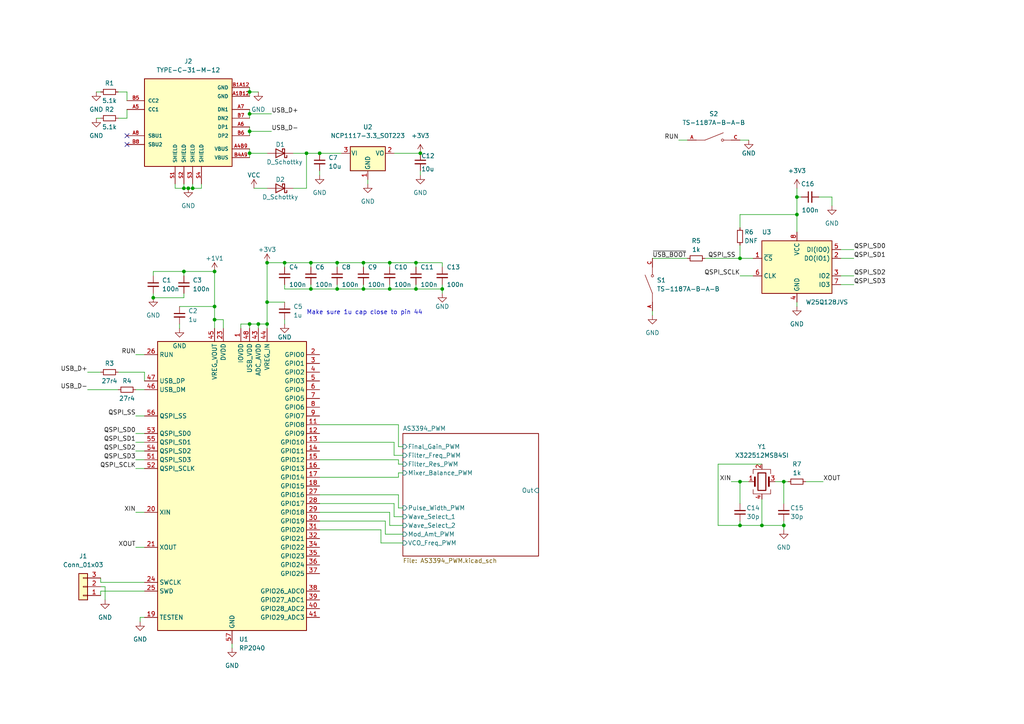
<source format=kicad_sch>
(kicad_sch (version 20211123) (generator eeschema)
  (paper "A4")
  (lib_symbols
    (symbol "Connector_Generic:Conn_01x03" (pin_names (offset 1.016) hide)
      (property "Reference" "J" (at 0 5.08 0))
      (property "Value" "Conn_01x03" (at 0 -5.08 0))
      (symbol "Conn_01x03_1_1"
        (rectangle (start -1.27 -2.413) (end 0 -2.667) (stroke (width 0.1524)))
        (rectangle (start -1.27 0.127) (end 0 -0.127) (stroke (width 0.1524)))
        (rectangle (start -1.27 2.667) (end 0 2.413) (stroke (width 0.1524)))
        (rectangle (start -1.27 3.81) (end 1.27 -3.81) (stroke (width 0.254)) (fill (type background)))
        (pin passive line (at -5.08 2.54 0) (length 3.81) (name "Pin_1") (number "1"))
        (pin passive line (at -5.08 0 0) (length 3.81) (name "Pin_2") (number "2"))
        (pin passive line (at -5.08 -2.54 0) (length 3.81) (name "Pin_3") (number "3"))
      )
    )
    (symbol "Device:C_Small" (pin_numbers hide) (pin_names (offset 0.254) hide)
      (property "Reference" "C" (at 0.254 1.778 0))
      (property "Value" "C_Small" (at 0.254 -2.032 0))
      (symbol "C_Small_0_1"
        (polyline (pts (xy -1.524 -0.508) (xy 1.524 -0.508)) (stroke (width 0.3302)))
        (polyline (pts (xy -1.524 0.508) (xy 1.524 0.508)) (stroke (width 0.3048)))
      )
      (symbol "C_Small_1_1"
        (pin passive line (at 0 2.54 270) (length 2.032) (name "~") (number "1"))
        (pin passive line (at 0 -2.54 90) (length 2.032) (name "~") (number "2"))
      )
    )
    (symbol "Device:Crystal_GND24" (pin_names (offset 1.016) hide)
      (property "Reference" "Y" (at 3.175 5.08 0))
      (property "Value" "Crystal_GND24" (at 3.175 3.175 0))
      (symbol "Crystal_GND24_0_1"
        (rectangle (start -1.143 2.54) (end 1.143 -2.54) (stroke (width 0.3048)))
        (polyline (pts (xy -2.54 0) (xy -2.032 0)))
        (polyline (pts (xy -2.032 -1.27) (xy -2.032 1.27)) (stroke (width 0.508)))
        (polyline (pts (xy 0 -3.81) (xy 0 -3.556)))
        (polyline (pts (xy 0 3.556) (xy 0 3.81)))
        (polyline (pts (xy 2.032 -1.27) (xy 2.032 1.27)) (stroke (width 0.508)))
        (polyline (pts (xy 2.032 0) (xy 2.54 0)))
        (polyline (pts (xy -2.54 -2.286) (xy -2.54 -3.556) (xy 2.54 -3.556) (xy 2.54 -2.286)))
        (polyline (pts (xy -2.54 2.286) (xy -2.54 3.556) (xy 2.54 3.556) (xy 2.54 2.286)))
      )
      (symbol "Crystal_GND24_1_1"
        (pin passive line (at -3.81 0 0) (length 1.27) (name "1") (number "1"))
        (pin passive line (at 0 5.08 270) (length 1.27) (name "2") (number "2"))
        (pin passive line (at 3.81 0 180) (length 1.27) (name "3") (number "3"))
        (pin passive line (at 0 -5.08 90) (length 1.27) (name "4") (number "4"))
      )
    )
    (symbol "Device:D_Schottky" (pin_numbers hide) (pin_names (offset 1.016) hide)
      (property "Reference" "D" (at 0 2.54 0))
      (property "Value" "D_Schottky" (at 0 -2.54 0))
      (symbol "D_Schottky_0_1"
        (polyline (pts (xy 1.27 0) (xy -1.27 0)))
        (polyline (pts (xy 1.27 1.27) (xy 1.27 -1.27) (xy -1.27 0) (xy 1.27 1.27)) (stroke (width 0.254)))
        (polyline (pts (xy -1.905 0.635) (xy -1.905 1.27) (xy -1.27 1.27) (xy -1.27 -1.27) (xy -0.635 -1.27) (xy -0.635 -0.635)) (stroke (width 0.254)))
      )
      (symbol "D_Schottky_1_1"
        (pin passive line (at -3.81 0 0) (length 2.54) (name "K") (number "1"))
        (pin passive line (at 3.81 0 180) (length 2.54) (name "A") (number "2"))
      )
    )
    (symbol "Device:R_Small" (pin_numbers hide) (pin_names (offset 0.254) hide)
      (property "Reference" "R" (at 0.762 0.508 0))
      (property "Value" "R_Small" (at 0.762 -1.016 0))
      (symbol "R_Small_0_1"
        (rectangle (start -0.762 1.778) (end 0.762 -1.778) (stroke (width 0.2032)))
      )
      (symbol "R_Small_1_1"
        (pin passive line (at 0 2.54 270) (length 0.762) (name "~") (number "1"))
        (pin passive line (at 0 -2.54 90) (length 0.762) (name "~") (number "2"))
      )
    )
    (symbol "MCU_RaspberryPi:RP2040"
      (property "Reference" "U" (at 17.78 45.72 0))
      (property "Value" "RP2040" (at 17.78 43.18 0))
      (symbol "RP2040_0_1"
        (rectangle (start -21.59 41.91) (end 21.59 -41.91) (stroke (width 0.254)) (fill (type background)))
      )
      (symbol "RP2040_1_1"
        (pin power_in line (at 2.54 45.72 270) (length 3.81) (name "IOVDD") (number "1"))
        (pin passive line (at 2.54 45.72 270) (length 3.81) hide (name "IOVDD") (number "10"))
        (pin bidirectional line (at 25.4 17.78 180) (length 3.81) (name "GPIO8") (number "11"))
        (pin bidirectional line (at 25.4 15.24 180) (length 3.81) (name "GPIO9") (number "12"))
        (pin bidirectional line (at 25.4 12.7 180) (length 3.81) (name "GPIO10") (number "13"))
        (pin bidirectional line (at 25.4 10.16 180) (length 3.81) (name "GPIO11") (number "14"))
        (pin bidirectional line (at 25.4 7.62 180) (length 3.81) (name "GPIO12") (number "15"))
        (pin bidirectional line (at 25.4 5.08 180) (length 3.81) (name "GPIO13") (number "16"))
        (pin bidirectional line (at 25.4 2.54 180) (length 3.81) (name "GPIO14") (number "17"))
        (pin bidirectional line (at 25.4 0 180) (length 3.81) (name "GPIO15") (number "18"))
        (pin input line (at -25.4 -38.1 0) (length 3.81) (name "TESTEN") (number "19"))
        (pin bidirectional line (at 25.4 38.1 180) (length 3.81) (name "GPIO0") (number "2"))
        (pin input line (at -25.4 -7.62 0) (length 3.81) (name "XIN") (number "20"))
        (pin passive line (at -25.4 -17.78 0) (length 3.81) (name "XOUT") (number "21"))
        (pin passive line (at 2.54 45.72 270) (length 3.81) hide (name "IOVDD") (number "22"))
        (pin power_in line (at -2.54 45.72 270) (length 3.81) (name "DVDD") (number "23"))
        (pin output line (at -25.4 -27.94 0) (length 3.81) (name "SWCLK") (number "24"))
        (pin bidirectional line (at -25.4 -30.48 0) (length 3.81) (name "SWD") (number "25"))
        (pin input line (at -25.4 38.1 0) (length 3.81) (name "RUN") (number "26"))
        (pin bidirectional line (at 25.4 -2.54 180) (length 3.81) (name "GPIO16") (number "27"))
        (pin bidirectional line (at 25.4 -5.08 180) (length 3.81) (name "GPIO17") (number "28"))
        (pin bidirectional line (at 25.4 -7.62 180) (length 3.81) (name "GPIO18") (number "29"))
        (pin bidirectional line (at 25.4 35.56 180) (length 3.81) (name "GPIO1") (number "3"))
        (pin bidirectional line (at 25.4 -10.16 180) (length 3.81) (name "GPIO19") (number "30"))
        (pin bidirectional line (at 25.4 -12.7 180) (length 3.81) (name "GPIO20") (number "31"))
        (pin bidirectional line (at 25.4 -15.24 180) (length 3.81) (name "GPIO21") (number "32"))
        (pin passive line (at 2.54 45.72 270) (length 3.81) hide (name "IOVDD") (number "33"))
        (pin bidirectional line (at 25.4 -17.78 180) (length 3.81) (name "GPIO22") (number "34"))
        (pin bidirectional line (at 25.4 -20.32 180) (length 3.81) (name "GPIO23") (number "35"))
        (pin bidirectional line (at 25.4 -22.86 180) (length 3.81) (name "GPIO24") (number "36"))
        (pin bidirectional line (at 25.4 -25.4 180) (length 3.81) (name "GPIO25") (number "37"))
        (pin bidirectional line (at 25.4 -30.48 180) (length 3.81) (name "GPIO26_ADC0") (number "38"))
        (pin bidirectional line (at 25.4 -33.02 180) (length 3.81) (name "GPIO27_ADC1") (number "39"))
        (pin bidirectional line (at 25.4 33.02 180) (length 3.81) (name "GPIO2") (number "4"))
        (pin bidirectional line (at 25.4 -35.56 180) (length 3.81) (name "GPIO28_ADC2") (number "40"))
        (pin bidirectional line (at 25.4 -38.1 180) (length 3.81) (name "GPIO29_ADC3") (number "41"))
        (pin passive line (at 2.54 45.72 270) (length 3.81) hide (name "IOVDD") (number "42"))
        (pin power_in line (at 7.62 45.72 270) (length 3.81) (name "ADC_AVDD") (number "43"))
        (pin power_in line (at 10.16 45.72 270) (length 3.81) (name "VREG_IN") (number "44"))
        (pin power_out line (at -5.08 45.72 270) (length 3.81) (name "VREG_VOUT") (number "45"))
        (pin bidirectional line (at -25.4 27.94 0) (length 3.81) (name "USB_DM") (number "46"))
        (pin bidirectional line (at -25.4 30.48 0) (length 3.81) (name "USB_DP") (number "47"))
        (pin power_in line (at 5.08 45.72 270) (length 3.81) (name "USB_VDD") (number "48"))
        (pin passive line (at 2.54 45.72 270) (length 3.81) hide (name "IOVDD") (number "49"))
        (pin bidirectional line (at 25.4 30.48 180) (length 3.81) (name "GPIO3") (number "5"))
        (pin passive line (at -2.54 45.72 270) (length 3.81) hide (name "DVDD") (number "50"))
        (pin bidirectional line (at -25.4 7.62 0) (length 3.81) (name "QSPI_SD3") (number "51"))
        (pin output line (at -25.4 5.08 0) (length 3.81) (name "QSPI_SCLK") (number "52"))
        (pin bidirectional line (at -25.4 15.24 0) (length 3.81) (name "QSPI_SD0") (number "53"))
        (pin bidirectional line (at -25.4 10.16 0) (length 3.81) (name "QSPI_SD2") (number "54"))
        (pin bidirectional line (at -25.4 12.7 0) (length 3.81) (name "QSPI_SD1") (number "55"))
        (pin bidirectional line (at -25.4 20.32 0) (length 3.81) (name "QSPI_SS") (number "56"))
        (pin power_in line (at 0 -45.72 90) (length 3.81) (name "GND") (number "57"))
        (pin bidirectional line (at 25.4 27.94 180) (length 3.81) (name "GPIO4") (number "6"))
        (pin bidirectional line (at 25.4 25.4 180) (length 3.81) (name "GPIO5") (number "7"))
        (pin bidirectional line (at 25.4 22.86 180) (length 3.81) (name "GPIO6") (number "8"))
        (pin bidirectional line (at 25.4 20.32 180) (length 3.81) (name "GPIO7") (number "9"))
      )
    )
    (symbol "Memory_Flash:W25Q128JVS"
      (property "Reference" "U" (at -8.89 8.89 0))
      (property "Value" "W25Q128JVS" (at 7.62 8.89 0))
      (symbol "W25Q128JVS_0_1"
        (rectangle (start -10.16 7.62) (end 10.16 -7.62) (stroke (width 0.254)) (fill (type background)))
      )
      (symbol "W25Q128JVS_1_1"
        (pin input line (at -12.7 2.54 0) (length 2.54) (name "~{CS}") (number "1"))
        (pin bidirectional line (at 12.7 2.54 180) (length 2.54) (name "DO(IO1)") (number "2"))
        (pin bidirectional line (at 12.7 -2.54 180) (length 2.54) (name "IO2") (number "3"))
        (pin power_in line (at 0 -10.16 90) (length 2.54) (name "GND") (number "4"))
        (pin bidirectional line (at 12.7 5.08 180) (length 2.54) (name "DI(IO0)") (number "5"))
        (pin input line (at -12.7 -2.54 0) (length 2.54) (name "CLK") (number "6"))
        (pin bidirectional line (at 12.7 -5.08 180) (length 2.54) (name "IO3") (number "7"))
        (pin power_in line (at 0 10.16 270) (length 2.54) (name "VCC") (number "8"))
      )
    )
    (symbol "Regulator_Linear:NCP1117-3.3_SOT223" (pin_names (offset 0.254))
      (property "Reference" "U" (at -3.81 3.175 0))
      (property "Value" "NCP1117-3.3_SOT223" (at 0 3.175 0))
      (symbol "NCP1117-3.3_SOT223_0_1"
        (rectangle (start -5.08 -5.08) (end 5.08 1.905) (stroke (width 0.254)) (fill (type background)))
      )
      (symbol "NCP1117-3.3_SOT223_1_1"
        (pin power_in line (at 0 -7.62 90) (length 2.54) (name "GND") (number "1"))
        (pin power_out line (at 7.62 0 180) (length 2.54) (name "VO") (number "2"))
        (pin power_in line (at -7.62 0 0) (length 2.54) (name "VI") (number "3"))
      )
    )
    (symbol "TS-1187A-B-A-B:TS-1187A-B-A-B" (pin_names (offset 1.016) hide)
      (property "Reference" "S" (at -2.54 2.54 0))
      (property "Value" "TS-1187A-B-A-B" (at -2.54 -2.54 0))
      (symbol "TS-1187A-B-A-B_0_0"
        (polyline (pts (xy -2.54 0) (xy -5.08 0)) (stroke (width 0.1524)))
        (polyline (pts (xy -2.54 0) (xy 2.794 2.1336)) (stroke (width 0.1524)))
        (polyline (pts (xy 5.08 0) (xy 2.921 0)) (stroke (width 0.1524)))
        (circle (center 2.54 0) (radius 0.3302) (stroke (width 0.1524)))
        (pin passive line (at -7.62 0 0) (length 2.54) (name "~") (number "A"))
        (pin passive line (at -7.62 0 0) (length 2.54) hide (name "~") (number "B"))
        (pin passive line (at 7.62 0 180) (length 2.54) (name "~") (number "C"))
        (pin passive line (at 7.62 0 180) (length 2.54) hide (name "~") (number "D"))
      )
    )
    (symbol "TYPE-C-31-M-12:TYPE-C-31-M-12" (pin_names (offset 1.016))
      (property "Reference" "J" (at -12.7 12.7 0))
      (property "Value" "TYPE-C-31-M-12" (at -8.89 12.7 0))
      (symbol "TYPE-C-31-M-12_0_0"
        (rectangle (start -12.7 -12.7) (end 12.7 12.7) (stroke (width 0.254)) (fill (type background)))
        (pin power_in line (at 17.78 7.62 180) (length 5.08) (name "GND") (number "A1B12"))
        (pin power_in line (at 17.78 -7.62 180) (length 5.08) (name "VBUS") (number "A4B9"))
        (pin bidirectional line (at -17.78 3.81 0) (length 5.08) (name "CC1") (number "A5"))
        (pin bidirectional line (at 17.78 -1.27 180) (length 5.08) (name "DP1") (number "A6"))
        (pin bidirectional line (at 17.78 3.81 180) (length 5.08) (name "DN1") (number "A7"))
        (pin bidirectional line (at -17.78 -3.81 0) (length 5.08) (name "SBU1") (number "A8"))
        (pin power_in line (at 17.78 10.16 180) (length 5.08) (name "GND") (number "B1A12"))
        (pin power_in line (at 17.78 -10.16 180) (length 5.08) (name "VBUS") (number "B4A9"))
        (pin bidirectional line (at -17.78 6.35 0) (length 5.08) (name "CC2") (number "B5"))
        (pin bidirectional line (at 17.78 -3.81 180) (length 5.08) (name "DP2") (number "B6"))
        (pin bidirectional line (at 17.78 1.27 180) (length 5.08) (name "DN2") (number "B7"))
        (pin bidirectional line (at -17.78 -6.35 0) (length 5.08) (name "SBU2") (number "B8"))
        (pin passive line (at -3.81 -17.78 90) (length 5.08) (name "SHIELD") (number "S1"))
        (pin passive line (at -1.27 -17.78 90) (length 5.08) (name "SHIELD") (number "S2"))
        (pin passive line (at 1.27 -17.78 90) (length 5.08) (name "SHIELD") (number "S3"))
        (pin passive line (at 3.81 -17.78 90) (length 5.08) (name "SHIELD") (number "S4"))
      )
    )
    (symbol "power:+1V1" (power) (pin_names (offset 0))
      (property "Value" "+1V1" (at 0 3.556 0))
      (symbol "+1V1_0_1"
        (polyline (pts (xy -0.762 1.27) (xy 0 2.54)))
        (polyline (pts (xy 0 0) (xy 0 2.54)))
        (polyline (pts (xy 0 2.54) (xy 0.762 1.27)))
      )
      (symbol "+1V1_1_1"
        (pin power_in line (at 0 0 90) (length 0) hide (name "+1V1") (number "1"))
      )
    )
    (symbol "power:+3V3" (power) (pin_names (offset 0))
      (property "Value" "+3V3" (at 0 3.556 0))
      (symbol "+3V3_0_1"
        (polyline (pts (xy -0.762 1.27) (xy 0 2.54)))
        (polyline (pts (xy 0 0) (xy 0 2.54)))
        (polyline (pts (xy 0 2.54) (xy 0.762 1.27)))
      )
      (symbol "+3V3_1_1"
        (pin power_in line (at 0 0 90) (length 0) hide (name "+3V3") (number "1"))
      )
    )
    (symbol "power:GND" (power) (pin_names (offset 0))
      (property "Value" "GND" (at 0 -3.81 0))
      (symbol "GND_0_1"
        (polyline (pts (xy 0 0) (xy 0 -1.27) (xy 1.27 -1.27) (xy 0 -2.54) (xy -1.27 -1.27) (xy 0 -1.27)))
      )
      (symbol "GND_1_1"
        (pin power_in line (at 0 0 270) (length 0) hide (name "GND") (number "1"))
      )
    )
    (symbol "power:VCC" (power) (pin_names (offset 0))
      (property "Value" "VCC" (at 0 3.81 0))
      (symbol "VCC_0_1"
        (polyline (pts (xy -0.762 1.27) (xy 0 2.54)))
        (polyline (pts (xy 0 0) (xy 0 2.54)))
        (polyline (pts (xy 0 2.54) (xy 0.762 1.27)))
      )
      (symbol "VCC_1_1"
        (pin power_in line (at 0 0 90) (length 0) hide (name "VCC") (number "1"))
      )
    )
  )
  (junction (at 53.34 54.61))
  (junction (at 77.47 93.98))
  (junction (at 113.03 76.2))
  (junction (at 227.33 139.7))
  (junction (at 92.71 44.45))
  (junction (at 62.23 92.71))
  (junction (at 74.93 93.98))
  (junction (at 72.39 44.45))
  (junction (at 105.41 76.2))
  (junction (at 62.23 88.9))
  (junction (at 231.14 57.15))
  (junction (at 88.9 44.45))
  (junction (at 77.47 87.63))
  (junction (at 72.39 33.02))
  (junction (at 227.33 152.4))
  (junction (at 54.61 54.61))
  (junction (at 97.79 76.2))
  (junction (at 214.63 74.93))
  (junction (at 82.55 76.2))
  (junction (at 128.27 83.82))
  (junction (at 231.14 62.23))
  (junction (at 105.41 83.82))
  (junction (at 214.63 152.4))
  (junction (at 120.65 83.82))
  (junction (at 55.88 54.61))
  (junction (at 53.34 78.74))
  (junction (at 72.39 38.1))
  (junction (at 72.39 93.98))
  (junction (at 120.65 76.2))
  (junction (at 220.98 152.4))
  (junction (at 62.23 78.74))
  (junction (at 90.17 83.82))
  (junction (at 113.03 83.82))
  (junction (at 97.79 83.82))
  (junction (at 214.63 139.7))
  (junction (at 44.45 86.36))
  (junction (at 77.47 76.2))
  (junction (at 121.92 44.45))
  (junction (at 72.39 26.67))
  (junction (at 90.17 76.2))
  (no_connect (at 36.83 39.37))
  (no_connect (at 36.83 41.91))
  (wire (pts (xy 105.41 83.82) (xy 113.03 83.82)))
  (wire (pts (xy 39.37 148.59) (xy 41.91 148.59)))
  (wire (pts (xy 204.47 74.93) (xy 214.63 74.93)))
  (wire (pts (xy 54.61 54.61) (xy 53.34 54.61)))
  (wire (pts (xy 110.49 157.48) (xy 116.84 157.48)))
  (wire (pts (xy 92.71 153.67) (xy 110.49 153.67)))
  (wire (pts (xy 214.63 74.93) (xy 218.44 74.93)))
  (wire (pts (xy 214.63 71.12) (xy 214.63 74.93)))
  (wire (pts (xy 39.37 120.65) (xy 41.91 120.65)))
  (wire (pts (xy 128.27 83.82) (xy 128.27 82.55)))
  (wire (pts (xy 97.79 82.55) (xy 97.79 83.82)))
  (wire (pts (xy 77.47 87.63) (xy 77.47 76.2)))
  (wire (pts (xy 40.64 179.07) (xy 40.64 180.34)))
  (wire (pts (xy 72.39 26.67) (xy 72.39 27.94)))
  (wire (pts (xy 115.57 137.16) (xy 116.84 137.16)))
  (wire (pts (xy 92.71 138.43) (xy 115.57 138.43)))
  (wire (pts (xy 214.63 151.13) (xy 214.63 152.4)))
  (wire (pts (xy 39.37 130.81) (xy 41.91 130.81)))
  (wire (pts (xy 111.76 154.94) (xy 116.84 154.94)))
  (wire (pts (xy 114.3 146.05) (xy 114.3 149.86)))
  (wire (pts (xy 92.71 49.53) (xy 92.71 50.8)))
  (wire (pts (xy 34.29 26.67) (xy 36.83 26.67)))
  (wire (pts (xy 92.71 44.45) (xy 99.06 44.45)))
  (wire (pts (xy 27.94 26.67) (xy 29.21 26.67)))
  (wire (pts (xy 53.34 54.61) (xy 53.34 53.34)))
  (wire (pts (xy 29.21 168.91) (xy 29.21 167.64)))
  (wire (pts (xy 241.3 57.15) (xy 237.49 57.15)))
  (wire (pts (xy 29.21 171.45) (xy 29.21 172.72)))
  (wire (pts (xy 196.85 40.64) (xy 199.39 40.64)))
  (wire (pts (xy 50.8 53.34) (xy 50.8 54.61)))
  (wire (pts (xy 77.47 93.98) (xy 77.47 87.63)))
  (wire (pts (xy 72.39 43.18) (xy 72.39 44.45)))
  (wire (pts (xy 113.03 148.59) (xy 113.03 152.4)))
  (wire (pts (xy 115.57 129.54) (xy 115.57 123.19)))
  (wire (pts (xy 39.37 158.75) (xy 41.91 158.75)))
  (wire (pts (xy 113.03 76.2) (xy 120.65 76.2)))
  (wire (pts (xy 82.55 82.55) (xy 82.55 83.82)))
  (wire (pts (xy 62.23 92.71) (xy 62.23 95.25)))
  (wire (pts (xy 72.39 25.4) (xy 72.39 26.67)))
  (wire (pts (xy 39.37 113.03) (xy 41.91 113.03)))
  (wire (pts (xy 85.09 54.61) (xy 88.9 54.61)))
  (wire (pts (xy 25.4 113.03) (xy 34.29 113.03)))
  (wire (pts (xy 115.57 133.35) (xy 115.57 134.62)))
  (wire (pts (xy 227.33 139.7) (xy 227.33 146.05)))
  (wire (pts (xy 189.23 90.17) (xy 189.23 91.44)))
  (wire (pts (xy 77.47 76.2) (xy 82.55 76.2)))
  (wire (pts (xy 111.76 151.13) (xy 111.76 154.94)))
  (wire (pts (xy 58.42 54.61) (xy 55.88 54.61)))
  (wire (pts (xy 214.63 152.4) (xy 220.98 152.4)))
  (wire (pts (xy 41.91 107.95) (xy 41.91 110.49)))
  (wire (pts (xy 121.92 49.53) (xy 121.92 50.8)))
  (wire (pts (xy 27.94 34.29) (xy 29.21 34.29)))
  (wire (pts (xy 72.39 31.75) (xy 72.39 33.02)))
  (wire (pts (xy 114.3 128.27) (xy 114.3 132.08)))
  (wire (pts (xy 115.57 123.19) (xy 92.71 123.19)))
  (wire (pts (xy 114.3 132.08) (xy 116.84 132.08)))
  (wire (pts (xy 39.37 128.27) (xy 41.91 128.27)))
  (wire (pts (xy 120.65 83.82) (xy 128.27 83.82)))
  (wire (pts (xy 105.41 76.2) (xy 105.41 77.47)))
  (wire (pts (xy 62.23 92.71) (xy 62.23 88.9)))
  (wire (pts (xy 90.17 76.2) (xy 97.79 76.2)))
  (wire (pts (xy 90.17 76.2) (xy 90.17 77.47)))
  (wire (pts (xy 214.63 139.7) (xy 217.17 139.7)))
  (wire (pts (xy 55.88 53.34) (xy 55.88 54.61)))
  (wire (pts (xy 105.41 76.2) (xy 113.03 76.2)))
  (wire (pts (xy 55.88 54.61) (xy 54.61 54.61)))
  (wire (pts (xy 114.3 44.45) (xy 121.92 44.45)))
  (wire (pts (xy 243.84 72.39) (xy 247.65 72.39)))
  (wire (pts (xy 97.79 83.82) (xy 105.41 83.82)))
  (wire (pts (xy 72.39 33.02) (xy 78.74 33.02)))
  (wire (pts (xy 25.4 107.95) (xy 29.21 107.95)))
  (wire (pts (xy 29.21 168.91) (xy 41.91 168.91)))
  (wire (pts (xy 67.31 186.69) (xy 67.31 187.96)))
  (wire (pts (xy 92.71 151.13) (xy 111.76 151.13)))
  (wire (pts (xy 115.57 147.32) (xy 116.84 147.32)))
  (wire (pts (xy 58.42 53.34) (xy 58.42 54.61)))
  (wire (pts (xy 44.45 86.36) (xy 53.34 86.36)))
  (wire (pts (xy 220.98 144.78) (xy 220.98 152.4)))
  (wire (pts (xy 120.65 76.2) (xy 120.65 77.47)))
  (wire (pts (xy 72.39 44.45) (xy 72.39 45.72)))
  (wire (pts (xy 72.39 38.1) (xy 72.39 39.37)))
  (wire (pts (xy 62.23 88.9) (xy 62.23 78.74)))
  (wire (pts (xy 53.34 85.09) (xy 53.34 86.36)))
  (wire (pts (xy 34.29 107.95) (xy 41.91 107.95)))
  (wire (pts (xy 97.79 76.2) (xy 97.79 77.47)))
  (wire (pts (xy 29.21 171.45) (xy 41.91 171.45)))
  (wire (pts (xy 189.23 74.93) (xy 199.39 74.93)))
  (wire (pts (xy 92.71 146.05) (xy 114.3 146.05)))
  (wire (pts (xy 208.28 134.62) (xy 208.28 152.4)))
  (wire (pts (xy 92.71 148.59) (xy 113.03 148.59)))
  (wire (pts (xy 44.45 80.01) (xy 44.45 78.74)))
  (wire (pts (xy 120.65 82.55) (xy 120.65 83.82)))
  (wire (pts (xy 88.9 44.45) (xy 92.71 44.45)))
  (wire (pts (xy 39.37 135.89) (xy 41.91 135.89)))
  (wire (pts (xy 82.55 83.82) (xy 90.17 83.82)))
  (wire (pts (xy 72.39 44.45) (xy 77.47 44.45)))
  (wire (pts (xy 214.63 80.01) (xy 218.44 80.01)))
  (wire (pts (xy 73.66 54.61) (xy 77.47 54.61)))
  (wire (pts (xy 72.39 36.83) (xy 72.39 38.1)))
  (wire (pts (xy 72.39 33.02) (xy 72.39 34.29)))
  (wire (pts (xy 72.39 93.98) (xy 72.39 95.25)))
  (wire (pts (xy 90.17 83.82) (xy 97.79 83.82)))
  (wire (pts (xy 36.83 26.67) (xy 36.83 29.21)))
  (wire (pts (xy 82.55 92.71) (xy 82.55 93.98)))
  (wire (pts (xy 69.85 95.25) (xy 69.85 93.98)))
  (wire (pts (xy 227.33 152.4) (xy 227.33 153.67)))
  (wire (pts (xy 74.93 93.98) (xy 77.47 93.98)))
  (wire (pts (xy 72.39 26.67) (xy 74.93 26.67)))
  (wire (pts (xy 92.71 133.35) (xy 115.57 133.35)))
  (wire (pts (xy 214.63 40.64) (xy 217.17 40.64)))
  (wire (pts (xy 110.49 153.67) (xy 110.49 157.48)))
  (wire (pts (xy 53.34 78.74) (xy 53.34 80.01)))
  (wire (pts (xy 214.63 139.7) (xy 214.63 146.05)))
  (wire (pts (xy 227.33 139.7) (xy 228.6 139.7)))
  (wire (pts (xy 241.3 59.69) (xy 241.3 57.15)))
  (wire (pts (xy 232.41 57.15) (xy 231.14 57.15)))
  (wire (pts (xy 231.14 62.23) (xy 231.14 67.31)))
  (wire (pts (xy 30.48 170.18) (xy 30.48 173.99)))
  (wire (pts (xy 72.39 93.98) (xy 74.93 93.98)))
  (wire (pts (xy 243.84 74.93) (xy 247.65 74.93)))
  (wire (pts (xy 227.33 151.13) (xy 227.33 152.4)))
  (wire (pts (xy 97.79 76.2) (xy 105.41 76.2)))
  (wire (pts (xy 77.47 87.63) (xy 82.55 87.63)))
  (wire (pts (xy 52.07 93.98) (xy 52.07 95.25)))
  (wire (pts (xy 92.71 128.27) (xy 114.3 128.27)))
  (wire (pts (xy 220.98 134.62) (xy 208.28 134.62)))
  (wire (pts (xy 243.84 80.01) (xy 247.65 80.01)))
  (wire (pts (xy 113.03 82.55) (xy 113.03 83.82)))
  (wire (pts (xy 62.23 92.71) (xy 64.77 92.71)))
  (wire (pts (xy 82.55 77.47) (xy 82.55 76.2)))
  (wire (pts (xy 115.57 134.62) (xy 116.84 134.62)))
  (wire (pts (xy 116.84 129.54) (xy 115.57 129.54)))
  (wire (pts (xy 224.79 139.7) (xy 227.33 139.7)))
  (wire (pts (xy 92.71 143.51) (xy 115.57 143.51)))
  (wire (pts (xy 29.21 170.18) (xy 30.48 170.18)))
  (wire (pts (xy 41.91 179.07) (xy 40.64 179.07)))
  (wire (pts (xy 115.57 143.51) (xy 115.57 147.32)))
  (wire (pts (xy 39.37 133.35) (xy 41.91 133.35)))
  (wire (pts (xy 82.55 76.2) (xy 90.17 76.2)))
  (wire (pts (xy 44.45 85.09) (xy 44.45 86.36)))
  (wire (pts (xy 231.14 57.15) (xy 231.14 62.23)))
  (wire (pts (xy 74.93 93.98) (xy 74.93 95.25)))
  (wire (pts (xy 62.23 88.9) (xy 52.07 88.9)))
  (wire (pts (xy 220.98 152.4) (xy 227.33 152.4)))
  (wire (pts (xy 77.47 93.98) (xy 77.47 95.25)))
  (wire (pts (xy 72.39 38.1) (xy 78.74 38.1)))
  (wire (pts (xy 231.14 87.63) (xy 231.14 88.9)))
  (wire (pts (xy 113.03 76.2) (xy 113.03 77.47)))
  (wire (pts (xy 36.83 34.29) (xy 34.29 34.29)))
  (wire (pts (xy 90.17 82.55) (xy 90.17 83.82)))
  (wire (pts (xy 214.63 62.23) (xy 231.14 62.23)))
  (wire (pts (xy 113.03 152.4) (xy 116.84 152.4)))
  (wire (pts (xy 39.37 125.73) (xy 41.91 125.73)))
  (wire (pts (xy 44.45 78.74) (xy 53.34 78.74)))
  (wire (pts (xy 128.27 83.82) (xy 128.27 85.09)))
  (wire (pts (xy 212.09 139.7) (xy 214.63 139.7)))
  (wire (pts (xy 243.84 82.55) (xy 247.65 82.55)))
  (wire (pts (xy 85.09 44.45) (xy 88.9 44.45)))
  (wire (pts (xy 231.14 54.61) (xy 231.14 57.15)))
  (wire (pts (xy 53.34 78.74) (xy 62.23 78.74)))
  (wire (pts (xy 214.63 66.04) (xy 214.63 62.23)))
  (wire (pts (xy 113.03 83.82) (xy 120.65 83.82)))
  (wire (pts (xy 106.68 52.07) (xy 106.68 53.34)))
  (wire (pts (xy 128.27 76.2) (xy 128.27 77.47)))
  (wire (pts (xy 36.83 31.75) (xy 36.83 34.29)))
  (wire (pts (xy 39.37 102.87) (xy 41.91 102.87)))
  (wire (pts (xy 105.41 82.55) (xy 105.41 83.82)))
  (wire (pts (xy 114.3 149.86) (xy 116.84 149.86)))
  (wire (pts (xy 115.57 138.43) (xy 115.57 137.16)))
  (wire (pts (xy 233.68 139.7) (xy 238.76 139.7)))
  (wire (pts (xy 208.28 152.4) (xy 214.63 152.4)))
  (wire (pts (xy 88.9 44.45) (xy 88.9 54.61)))
  (wire (pts (xy 64.77 92.71) (xy 64.77 95.25)))
  (wire (pts (xy 120.65 76.2) (xy 128.27 76.2)))
  (wire (pts (xy 69.85 93.98) (xy 72.39 93.98)))
  (wire (pts (xy 50.8 54.61) (xy 53.34 54.61)))
  (text "Make sure 1u cap close to pin 44" (at 88.9 91.44 0) (effects (font (size 1.27 1.27)) (justify left bottom)))
  (label "RUN" (at 196.85 40.64 180))
  (label "QSPI_SD3" (at 39.37 133.35 180))
  (label "QSPI_SD1" (at 247.65 74.93 0))
  (label "QSPI_SCLK" (at 39.37 135.89 180))
  (label "QSPI_SD1" (at 39.37 128.27 180))
  (label "USB_D+" (at 78.74 33.02 0))
  (label "RUN" (at 39.37 102.87 180))
  (label "QSPI_SD0" (at 247.65 72.39 0))
  (label "QSPI_SD2" (at 39.37 130.81 180))
  (label "XOUT" (at 238.76 139.7 0))
  (label "QSPI_SCLK" (at 214.63 80.01 180))
  (label "QSPI_SS" (at 39.37 120.65 180))
  (label "QSPI_SD2" (at 247.65 80.01 0))
  (label "QSPI_SD0" (at 39.37 125.73 180))
  (label "~{USB_BOOT}" (at 189.23 74.93 0))
  (label "USB_D+" (at 25.4 107.95 180))
  (label "XOUT" (at 39.37 158.75 180))
  (label "QSPI_SD3" (at 247.65 82.55 0))
  (label "XIN" (at 212.09 139.7 180))
  (label "QSPI_SS" (at 213.36 74.93 180))
  (label "USB_D-" (at 25.4 113.03 180))
  (label "USB_D-" (at 78.74 38.1 0))
  (label "XIN" (at 39.37 148.59 180))
  (symbol (lib_id "power:GND") (at 121.92 50.8 0) (unit 1)
    (property "Reference" "#PWR017" (effects hide))
    (property "Value" "GND" (at 121.92 55.88 0))
  )
  (symbol (lib_id "Device:C_Small") (at 44.45 82.55 0) (unit 1)
    (property "Reference" "C1" (at 46.99 81.28 0) (effects (justify left)))
    (property "Value" "100n" (at 46.99 83.82 0) (effects (justify left)))
    (property "Footprint" "Capacitor_SMD:C_0402_1005Metric" (effects hide))
  )
  (symbol (lib_id "Device:R_Small") (at 231.14 139.7 90) (unit 1)
    (property "Reference" "R7" (at 231.14 134.62 90))
    (property "Value" "1k" (at 231.14 137.16 90))
    (property "Footprint" "Resistor_SMD:R_0402_1005Metric" (effects hide))
  )
  (symbol (lib_id "power:GND") (at 189.23 91.44 0) (unit 1)
    (property "Reference" "#PWR019" (effects hide))
    (property "Value" "GND" (at 189.23 96.52 0))
  )
  (symbol (lib_id "Memory_Flash:W25Q128JVS") (at 231.14 77.47 0) (unit 1)
    (property "Reference" "U3" (at 220.98 67.31 0) (effects (justify left)))
    (property "Value" "W25Q128JVS" (at 233.68 87.63 0) (effects (justify left)))
    (property "Footprint" "Package_SO:SOIC-8_5.23x5.23mm_P1.27mm" (effects hide))
    (property "Datasheet" "http://www.winbond.com/resource-files/w25q128jv_dtr%20revc%2003272018%20plus.pdf" (effects hide))
  )
  (symbol (lib_id "Device:R_Small") (at 36.83 113.03 90) (unit 1)
    (property "Reference" "R4" (at 36.83 110.49 90))
    (property "Value" "27r4" (at 36.83 115.57 90))
    (property "Footprint" "Resistor_SMD:R_0402_1005Metric" (effects hide))
  )
  (symbol (lib_id "power:GND") (at 30.48 173.99 0) (unit 1)
    (property "Reference" "#PWR03" (effects hide))
    (property "Value" "GND" (at 30.48 179.07 0))
  )
  (symbol (lib_id "TS-1187A-B-A-B:TS-1187A-B-A-B") (at 189.23 82.55 90) (unit 1)
    (property "Reference" "S1" (at 190.5 81.2799 90) (effects (justify right)))
    (property "Value" "TS-1187A-B-A-B" (at 190.5 83.8199 90) (effects (justify right)))
    (property "Footprint" "footprints:SW_TS-1187A-B-A-B" (effects hide))
    (property "PARTREV" "A0" (effects hide))
    (property "STANDARD" "Manufacturer Recommendations" (effects hide))
    (property "MAXIMUM_PACKAGE_HEIGHT" "1.5mm" (effects hide))
    (property "MANUFACTURER" "XKB Industrial Precision" (effects hide))
  )
  (symbol (lib_id "Device:C_Small") (at 227.33 148.59 180) (unit 1)
    (property "Reference" "C15" (at 231.14 147.32 0))
    (property "Value" "30p" (at 231.14 149.86 0))
    (property "Footprint" "Capacitor_SMD:C_01005_0402Metric" (effects hide))
  )
  (symbol (lib_id "power:GND") (at 92.71 50.8 0) (unit 1)
    (property "Reference" "#PWR014" (effects hide))
    (property "Value" "GND" (at 92.71 55.88 0))
  )
  (symbol (lib_id "power:VCC") (at 73.66 54.61 0) (unit 1)
    (property "Reference" "#PWR010" (effects hide))
    (property "Value" "VCC" (at 73.66 50.8 0))
  )
  (symbol (lib_id "Device:R_Small") (at 31.75 34.29 90) (unit 1)
    (property "Reference" "R2" (at 31.75 31.75 90))
    (property "Value" "5.1k" (at 31.75 36.83 90))
    (property "Footprint" "Resistor_SMD:R_0402_1005Metric" (effects hide))
  )
  (symbol (lib_id "Device:C_Small") (at 128.27 80.01 0) (unit 1)
    (property "Reference" "C13" (at 129.54 77.47 0) (effects (justify left)))
    (property "Value" "100n" (at 129.54 82.55 0) (effects (justify left)))
    (property "Footprint" "Capacitor_SMD:C_0402_1005Metric" (effects hide))
  )
  (symbol (lib_id "power:+3V3") (at 121.92 44.45 0) (unit 1)
    (property "Reference" "#PWR016" (effects hide))
    (property "Value" "+3V3" (at 121.92 39.37 0))
  )
  (symbol (lib_id "Device:C_Small") (at 97.79 80.01 0) (unit 1)
    (property "Reference" "C8" (at 99.06 77.47 0) (effects (justify left)))
    (property "Value" "100n" (at 99.06 82.55 0) (effects (justify left)))
    (property "Footprint" "Capacitor_SMD:C_0402_1005Metric" (effects hide))
  )
  (symbol (lib_id "Device:C_Small") (at 92.71 46.99 0) (unit 1)
    (property "Reference" "C7" (at 95.25 45.7262 0) (effects (justify left)))
    (property "Value" "10u" (at 95.25 48.26 0) (effects (justify left)))
    (property "Footprint" "Capacitor_SMD:C_0603_1608Metric" (effects hide))
  )
  (symbol (lib_id "power:GND") (at 67.31 187.96 0) (unit 1)
    (property "Reference" "#PWR09" (effects hide))
    (property "Value" "GND" (at 67.31 193.04 0))
  )
  (symbol (lib_id "Device:C_Small") (at 82.55 80.01 0) (unit 1)
    (property "Reference" "C4" (at 83.82 77.47 0) (effects (justify left)))
    (property "Value" "100n" (at 83.82 82.55 0) (effects (justify left)))
    (property "Footprint" "Capacitor_SMD:C_0402_1005Metric" (effects hide))
  )
  (symbol (lib_id "Device:C_Small") (at 121.92 46.99 0) (unit 1)
    (property "Reference" "C12" (at 122.174 45.212 0) (effects (justify left)))
    (property "Value" "10u" (at 122.174 49.022 0) (effects (justify left)))
    (property "Footprint" "Capacitor_SMD:C_0603_1608Metric" (effects hide))
  )
  (symbol (lib_id "Device:C_Small") (at 120.65 80.01 0) (unit 1)
    (property "Reference" "C11" (at 121.92 77.47 0) (effects (justify left)))
    (property "Value" "100n" (at 121.92 82.55 0) (effects (justify left)))
    (property "Footprint" "Capacitor_SMD:C_0402_1005Metric" (effects hide))
  )
  (symbol (lib_id "power:+3V3") (at 77.47 76.2 0) (unit 1)
    (property "Reference" "#PWR012" (effects hide))
    (property "Value" "+3V3" (at 77.47 72.39 0))
  )
  (symbol (lib_id "power:+3V3") (at 231.14 54.61 0) (unit 1)
    (property "Reference" "#PWR022" (effects hide))
    (property "Value" "+3V3" (at 231.14 49.53 0))
  )
  (symbol (lib_id "power:GND") (at 82.55 93.98 0) (unit 1)
    (property "Reference" "#PWR013" (effects hide))
    (property "Value" "GND" (at 82.55 97.79 0))
  )
  (symbol (lib_id "TS-1187A-B-A-B:TS-1187A-B-A-B") (at 207.01 40.64 0) (unit 1)
    (property "Reference" "S2" (at 207.01 33.02 0))
    (property "Value" "TS-1187A-B-A-B" (at 207.01 35.56 0))
    (property "Footprint" "footprints:SW_TS-1187A-B-A-B" (effects hide))
    (property "PARTREV" "A0" (effects hide))
    (property "STANDARD" "Manufacturer Recommendations" (effects hide))
    (property "MAXIMUM_PACKAGE_HEIGHT" "1.5mm" (effects hide))
    (property "MANUFACTURER" "XKB Industrial Precision" (effects hide))
  )
  (symbol (lib_id "power:GND") (at 217.17 40.64 0) (unit 1)
    (property "Reference" "#PWR020" (effects hide))
    (property "Value" "GND" (at 217.17 44.45 0))
  )
  (symbol (lib_id "power:GND") (at 106.68 53.34 0) (unit 1)
    (property "Reference" "#PWR015" (effects hide))
    (property "Value" "GND" (at 106.68 58.42 0))
  )
  (symbol (lib_id "Device:R_Small") (at 214.63 68.58 0) (unit 1)
    (property "Reference" "R6" (at 215.9 67.31 0) (effects (justify left)))
    (property "Value" "DNF" (at 215.9 69.85 0) (effects (justify left)))
    (property "Footprint" "Resistor_SMD:R_0402_1005Metric" (effects hide))
  )
  (symbol (lib_id "power:GND") (at 27.94 26.67 0) (unit 1)
    (property "Reference" "#PWR01" (effects hide))
    (property "Value" "GND" (at 27.94 31.75 0))
  )
  (symbol (lib_id "Device:R_Small") (at 31.75 26.67 90) (unit 1)
    (property "Reference" "R1" (at 31.75 24.13 90))
    (property "Value" "5.1k" (at 31.75 29.21 90))
    (property "Footprint" "Resistor_SMD:R_0402_1005Metric" (effects hide))
  )
  (symbol (lib_id "Device:D_Schottky") (at 81.28 44.45 180) (unit 1)
    (property "Reference" "D1" (at 81.28 41.91 0))
    (property "Value" "D_Schottky" (at 82.55 46.99 0))
    (property "Footprint" "Diode_SMD:D_SMA" (effects hide))
  )
  (symbol (lib_id "power:GND") (at 74.93 26.67 0) (unit 1)
    (property "Reference" "#PWR011" (effects hide))
    (property "Value" "GND" (at 74.93 31.75 0))
  )
  (symbol (lib_id "power:GND") (at 227.33 153.67 0) (unit 1)
    (property "Reference" "#PWR021" (effects hide))
    (property "Value" "GND" (at 227.33 158.75 0))
  )
  (symbol (lib_id "power:GND") (at 241.3 59.69 0) (unit 1)
    (property "Reference" "#PWR024" (effects hide))
    (property "Value" "GND" (at 241.3 64.77 0))
  )
  (symbol (lib_id "Connector_Generic:Conn_01x03") (at 24.13 170.18 180) (unit 1)
    (property "Reference" "J1" (at 24.13 161.29 0))
    (property "Value" "Conn_01x03" (at 24.13 163.83 0))
    (property "Footprint" "Connector_PinHeader_2.54mm:PinHeader_1x03_P2.54mm_Vertical" (effects hide))
  )
  (symbol (lib_id "power:GND") (at 128.27 85.09 0) (unit 1)
    (property "Reference" "#PWR018" (effects hide))
    (property "Value" "GND" (at 128.27 88.9 0))
  )
  (symbol (lib_id "power:GND") (at 40.64 180.34 0) (unit 1)
    (property "Reference" "#PWR04" (effects hide))
    (property "Value" "GND" (at 40.64 185.42 0))
  )
  (symbol (lib_id "Device:C_Small") (at 53.34 82.55 0) (unit 1)
    (property "Reference" "C3" (at 55.88 81.28 0) (effects (justify left)))
    (property "Value" "100n" (at 55.88 83.82 0) (effects (justify left)))
    (property "Footprint" "Capacitor_SMD:C_0402_1005Metric" (effects hide))
  )
  (symbol (lib_id "Device:Crystal_GND24") (at 220.98 139.7 0) (unit 1)
    (property "Reference" "Y1" (at 220.98 129.54 0))
    (property "Value" "X322512MSB4SI" (at 220.98 132.08 0))
    (property "Footprint" "Crystal:Crystal_SMD_3225-4Pin_3.2x2.5mm" (effects hide))
  )
  (symbol (lib_id "power:GND") (at 231.14 88.9 0) (unit 1)
    (property "Reference" "#PWR023" (effects hide))
    (property "Value" "GND" (at 231.14 93.98 0))
  )
  (symbol (lib_id "Device:C_Small") (at 113.03 80.01 0) (unit 1)
    (property "Reference" "C10" (at 114.3 77.47 0) (effects (justify left)))
    (property "Value" "100n" (at 114.3 82.55 0) (effects (justify left)))
    (property "Footprint" "Capacitor_SMD:C_0402_1005Metric" (effects hide))
  )
  (symbol (lib_id "power:+1V1") (at 62.23 78.74 0) (unit 1)
    (property "Reference" "#PWR08" (effects hide))
    (property "Value" "+1V1" (at 62.23 74.93 0))
  )
  (symbol (lib_id "power:GND") (at 44.45 86.36 0) (unit 1)
    (property "Reference" "#PWR05" (effects hide))
    (property "Value" "GND" (at 44.45 91.44 0))
  )
  (symbol (lib_id "Regulator_Linear:NCP1117-3.3_SOT223") (at 106.68 44.45 0) (unit 1)
    (property "Reference" "U2" (at 106.68 36.83 0))
    (property "Value" "NCP1117-3.3_SOT223" (at 106.68 39.37 0))
    (property "Footprint" "Package_TO_SOT_SMD:SOT-223-3_TabPin2" (effects hide))
    (property "Datasheet" "http://www.onsemi.com/pub_link/Collateral/NCP1117-D.PDF" (effects hide))
  )
  (symbol (lib_id "Device:D_Schottky") (at 81.28 54.61 180) (unit 1)
    (property "Reference" "D2" (at 81.28 52.07 0))
    (property "Value" "D_Schottky" (at 81.28 57.15 0))
    (property "Footprint" "Diode_SMD:D_SMA" (effects hide))
  )
  (symbol (lib_id "Device:C_Small") (at 52.07 91.44 0) (unit 1)
    (property "Reference" "C2" (at 54.61 90.1762 0) (effects (justify left)))
    (property "Value" "1u" (at 54.61 92.7162 0) (effects (justify left)))
    (property "Footprint" "Capacitor_SMD:C_0402_1005Metric" (effects hide))
  )
  (symbol (lib_id "Device:C_Small") (at 105.41 80.01 0) (unit 1)
    (property "Reference" "C9" (at 106.68 77.47 0) (effects (justify left)))
    (property "Value" "100n" (at 106.68 82.55 0) (effects (justify left)))
    (property "Footprint" "Capacitor_SMD:C_0402_1005Metric" (effects hide))
  )
  (symbol (lib_id "power:GND") (at 27.94 34.29 0) (unit 1)
    (property "Reference" "#PWR02" (effects hide))
    (property "Value" "GND" (at 27.94 39.37 0))
  )
  (symbol (lib_id "MCU_RaspberryPi:RP2040") (at 67.31 140.97 0) (unit 1)
    (property "Reference" "U1" (at 69.3294 185.42 0) (effects (justify left)))
    (property "Value" "RP2040" (at 69.3294 187.96 0) (effects (justify left)))
    (property "Footprint" "Package_DFN_QFN:QFN-56-1EP_7x7mm_P0.4mm_EP3.2x3.2mm" (effects hide))
    (property "Datasheet" "https://datasheets.raspberrypi.com/rp2040/rp2040-datasheet.pdf" (effects hide))
  )
  (symbol (lib_id "Device:R_Small") (at 201.93 74.93 90) (unit 1)
    (property "Reference" "R5" (at 201.93 69.85 90))
    (property "Value" "1k" (at 201.93 72.39 90))
    (property "Footprint" "Resistor_SMD:R_0402_1005Metric" (effects hide))
  )
  (symbol (lib_id "Device:C_Small") (at 90.17 80.01 0) (unit 1)
    (property "Reference" "C6" (at 91.44 77.47 0) (effects (justify left)))
    (property "Value" "100n" (at 91.44 82.55 0) (effects (justify left)))
    (property "Footprint" "Capacitor_SMD:C_0402_1005Metric" (effects hide))
  )
  (symbol (lib_id "TYPE-C-31-M-12:TYPE-C-31-M-12") (at 54.61 35.56 0) (unit 1)
    (property "Reference" "J2" (at 54.61 17.78 0))
    (property "Value" "TYPE-C-31-M-12" (at 54.61 20.32 0))
    (property "Footprint" "footprints:HRO_TYPE-C-31-M-12" (effects hide))
    (property "MANUFACTURER" "HRO Electronics" (effects hide))
    (property "MAXIMUM_PACKAGE_HEIGHT" "3.31mm" (effects hide))
    (property "STANDARD" "Manufacturer Recommendations" (effects hide))
    (property "PARTREV" "A" (effects hide))
  )
  (symbol (lib_id "power:GND") (at 54.61 54.61 0) (unit 1)
    (property "Reference" "#PWR07" (effects hide))
    (property "Value" "GND" (at 54.61 59.69 0))
  )
  (symbol (lib_id "Device:C_Small") (at 234.95 57.15 90) (unit 1)
    (property "Reference" "C16" (at 236.22 53.34 90) (effects (justify left)))
    (property "Value" "100n" (at 237.49 60.96 90) (effects (justify left)))
    (property "Footprint" "Capacitor_SMD:C_0603_1608Metric" (effects hide))
  )
  (symbol (lib_id "Device:C_Small") (at 82.55 90.17 0) (unit 1)
    (property "Reference" "C5" (at 85.09 88.9062 0) (effects (justify left)))
    (property "Value" "1u" (at 85.09 91.4462 0) (effects (justify left)))
    (property "Footprint" "Capacitor_SMD:C_0402_1005Metric" (effects hide))
  )
  (symbol (lib_id "power:GND") (at 52.07 95.25 0) (unit 1)
    (property "Reference" "#PWR06" (effects hide))
    (property "Value" "GND" (at 52.07 100.33 0))
  )
  (symbol (lib_id "Device:C_Small") (at 214.63 148.59 180) (unit 1)
    (property "Reference" "C14" (at 218.44 147.32 0))
    (property "Value" "30p" (at 218.44 149.86 0))
    (property "Footprint" "Capacitor_SMD:C_01005_0402Metric" (effects hide))
  )
  (symbol (lib_id "Device:R_Small") (at 31.75 107.95 90) (unit 1)
    (property "Reference" "R3" (at 31.75 105.41 90))
    (property "Value" "27r4" (at 31.75 110.49 90))
    (property "Footprint" "Resistor_SMD:R_0402_1005Metric" (effects hide))
  )
  (sheet (at 116.84 125.73) (size 39.37 35.56) (stroke (width 0.1524))
    (property "Sheet name" "AS3394_PWM" (at 116.84 125.0184 0) (effects (justify left bottom)))
    (property "Sheet file" "AS3394_PWM.kicad_sch" (at 116.84 161.8746 0) (effects (justify left top)))
    (pin "Mod_Amt_PWM" input (at 116.84 154.94 180))
    (pin "Wave_Select_2" input (at 116.84 152.4 180))
    (pin "Wave_Select_1" input (at 116.84 149.86 180))
    (pin "Pulse_Width_PWM" input (at 116.84 147.32 180))
    (pin "Filter_Res_PWM" input (at 116.84 134.62 180))
    (pin "Mixer_Balance_PWM" input (at 116.84 137.16 180))
    (pin "VCO_Freq_PWM" input (at 116.84 157.48 180))
    (pin "Out" input (at 156.21 142.24 0))
    (pin "Final_Gain_PWM" input (at 116.84 129.54 180))
    (pin "Filter_Freq_PWM" input (at 116.84 132.08 180))
  )
)
</source>
